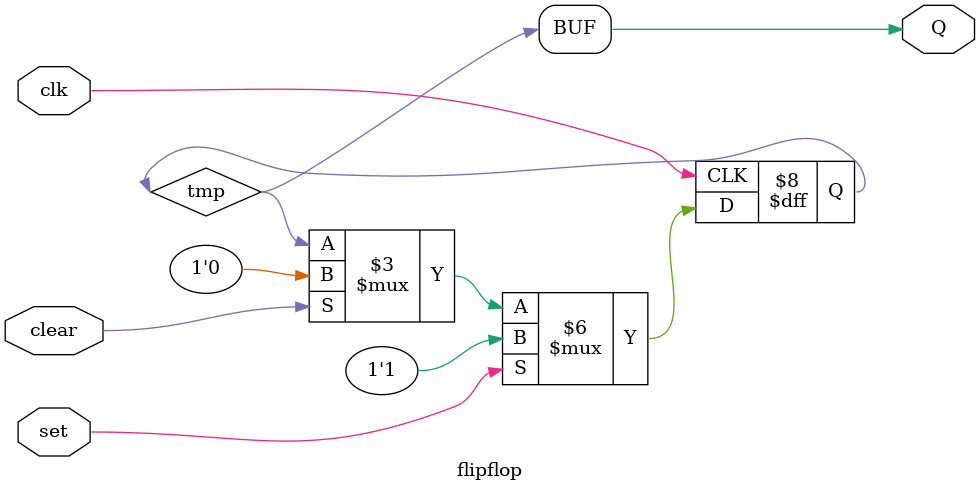
<source format=v>
module flipflop (
    input wire set,
    input wire clear,
    input wire clk,
    output wire Q
);
    reg tmp;
    always @(posedge clk) begin
        if (set) tmp <= 1'b1;
        else if (clear) tmp <= 1'b0;
        else tmp <= tmp;
    end
    assign Q = tmp;
endmodule

</source>
